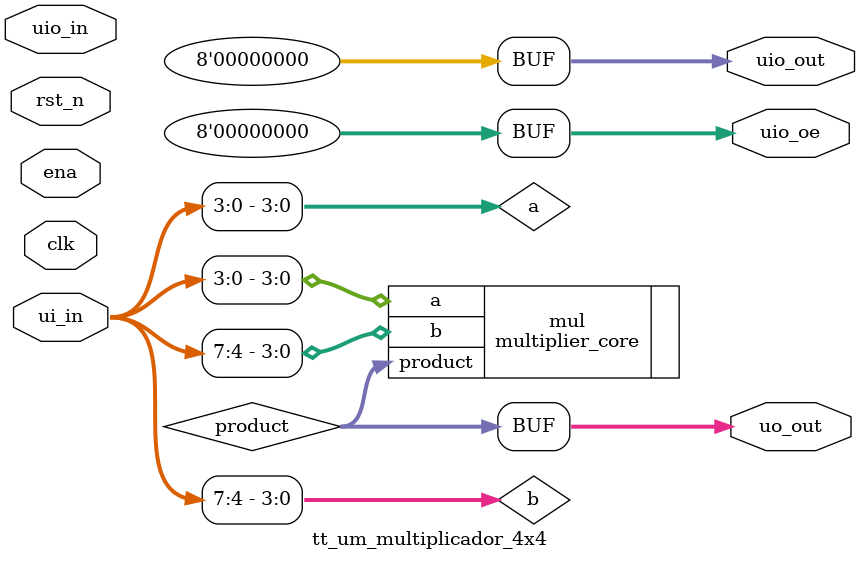
<source format=v>

`default_nettype none

module tt_um_multiplicador_4x4 (
    input  wire [7:0] ui_in,    // Entradas dedicadas (a y b)
    output wire [7:0] uo_out,   // Salidas dedicadas (producto)
    input  wire [7:0] uio_in,   // IOs de entrada (no usamos)
    output wire [7:0] uio_out,  // IOs de salida (no usamos)
    output wire [7:0] uio_oe,   // Dirección de IOs (0 = salida, 1 = entrada)
    input  wire       ena,      // siempre 1 cuando está alimentado
    input  wire       clk,      // clock (no lo usamos, es combinacional)
    input  wire       rst_n     // reset activo en bajo (no lo usamos)
);

    // =================================================================
    // Asignación simple de pines (tú puedes cambiarla como quieras)
    // =================================================================
    wire [3:0] a = ui_in[3:0];     // bits 0-3 → multiplicando
    wire [3:0] b = ui_in[7:4];     // bits 4-7 → multiplicador

    wire [7:0] product;

    // Instancia del núcleo del multiplicador
    multiplier_core mul (
        .a(a),
        .b(b),
        .product(product)
    );

    // Salida directa del producto
    assign uo_out = product;

    // Pines bidireccionales no usados → los ponemos como entrada (high-Z)
    assign uio_out = 8'b0;
    assign uio_oe  = 8'b0;  // 0 = high-Z (entrada)

    // Buenas prácticas del template
    wire _unused = &{ena, clk, rst_n, uio_in};

endmodule

</source>
